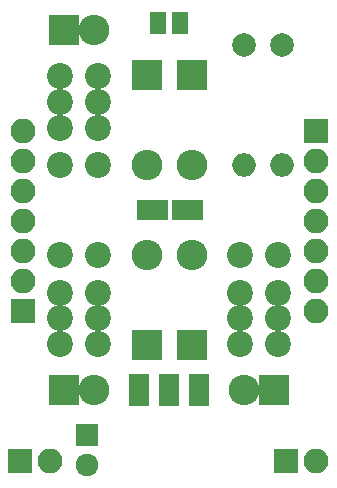
<source format=gbr>
G04 #@! TF.FileFunction,Soldermask,Top*
%FSLAX46Y46*%
G04 Gerber Fmt 4.6, Leading zero omitted, Abs format (unit mm)*
G04 Created by KiCad (PCBNEW 4.0.4+e1-6308~48~ubuntu16.04.1-stable) date Mon Jan 22 19:58:00 2018*
%MOMM*%
%LPD*%
G01*
G04 APERTURE LIST*
%ADD10C,0.100000*%
%ADD11R,1.670000X1.370000*%
%ADD12R,1.370000X1.670000*%
%ADD13C,2.000000*%
%ADD14O,2.000000X2.000000*%
%ADD15R,2.600000X2.600000*%
%ADD16O,2.600000X2.600000*%
%ADD17R,2.100000X2.100000*%
%ADD18O,2.100000X2.100000*%
%ADD19R,1.370000X1.900000*%
%ADD20R,1.924000X1.924000*%
%ADD21C,1.924000*%
%ADD22C,2.200000*%
G04 APERTURE END LIST*
D10*
D11*
X118490000Y-134775000D03*
X118490000Y-133495000D03*
X113410000Y-134775000D03*
X113410000Y-133495000D03*
X115950000Y-134775000D03*
X115950000Y-133495000D03*
D12*
X118114000Y-118895000D03*
X116834000Y-118895000D03*
D13*
X122300000Y-104925000D03*
D14*
X122300000Y-115085000D03*
D13*
X125475000Y-104925000D03*
D14*
X125475000Y-115085000D03*
D12*
X113913000Y-118895000D03*
X115193000Y-118895000D03*
D15*
X107060000Y-103655000D03*
D16*
X109600000Y-103655000D03*
D15*
X124840000Y-134135000D03*
D16*
X122300000Y-134135000D03*
D15*
X107060000Y-134135000D03*
D16*
X109600000Y-134135000D03*
D17*
X103620000Y-127480000D03*
D18*
X103620000Y-124940000D03*
X103620000Y-122400000D03*
X103620000Y-119860000D03*
X103620000Y-117320000D03*
X103620000Y-114780000D03*
X103620000Y-112240000D03*
D17*
X128410000Y-112240000D03*
D18*
X128410000Y-114780000D03*
X128410000Y-117320000D03*
X128410000Y-119860000D03*
X128410000Y-122400000D03*
X128410000Y-124940000D03*
X128410000Y-127480000D03*
D17*
X103360000Y-140130000D03*
D18*
X105900000Y-140130000D03*
D17*
X125840000Y-140130000D03*
D18*
X128380000Y-140130000D03*
D19*
X114995000Y-103020000D03*
X116905000Y-103020000D03*
D20*
X108965000Y-137945000D03*
D21*
X108965000Y-140485000D03*
D15*
X117855000Y-107465000D03*
D16*
X117855000Y-115085000D03*
D15*
X114045000Y-107465000D03*
D16*
X114045000Y-115085000D03*
D15*
X114045000Y-130325000D03*
D16*
X114045000Y-122705000D03*
D15*
X117855000Y-130325000D03*
D16*
X117855000Y-122705000D03*
D22*
X109930000Y-115110000D03*
X109930000Y-111910000D03*
X109930000Y-109710000D03*
X109930000Y-107510000D03*
X106730000Y-107510000D03*
X106730000Y-109710000D03*
X106730000Y-111910000D03*
X106730000Y-115110000D03*
X106730000Y-122680000D03*
X106730000Y-125880000D03*
X106730000Y-128080000D03*
X106730000Y-130280000D03*
X109930000Y-130280000D03*
X109930000Y-128080000D03*
X109930000Y-125880000D03*
X109930000Y-122680000D03*
X121970000Y-122680000D03*
X121970000Y-125880000D03*
X121970000Y-128080000D03*
X121970000Y-130280000D03*
X125170000Y-130280000D03*
X125170000Y-128080000D03*
X125170000Y-125880000D03*
X125170000Y-122680000D03*
M02*

</source>
